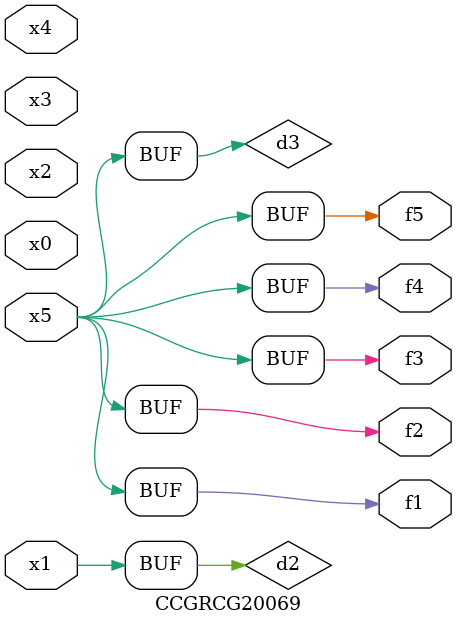
<source format=v>
module CCGRCG20069(
	input x0, x1, x2, x3, x4, x5,
	output f1, f2, f3, f4, f5
);

	wire d1, d2, d3;

	not (d1, x5);
	or (d2, x1);
	xnor (d3, d1);
	assign f1 = d3;
	assign f2 = d3;
	assign f3 = d3;
	assign f4 = d3;
	assign f5 = d3;
endmodule

</source>
